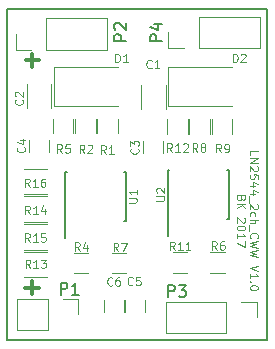
<source format=gto>
G04 #@! TF.FileFunction,Legend,Top*
%FSLAX46Y46*%
G04 Gerber Fmt 4.6, Leading zero omitted, Abs format (unit mm)*
G04 Created by KiCad (PCBNEW 4.0.2-stable) date 6/22/2017 3:55:45 PM*
%MOMM*%
G01*
G04 APERTURE LIST*
%ADD10C,0.100000*%
%ADD11C,0.300000*%
%ADD12C,0.150000*%
%ADD13C,0.120000*%
G04 APERTURE END LIST*
D10*
X120517933Y-112390333D02*
X120517933Y-112057000D01*
X121217933Y-112057000D01*
X120517933Y-112623667D02*
X121217933Y-112623667D01*
X120517933Y-113023667D01*
X121217933Y-113023667D01*
X121151267Y-113323666D02*
X121184600Y-113357000D01*
X121217933Y-113423666D01*
X121217933Y-113590333D01*
X121184600Y-113657000D01*
X121151267Y-113690333D01*
X121084600Y-113723666D01*
X121017933Y-113723666D01*
X120917933Y-113690333D01*
X120517933Y-113290333D01*
X120517933Y-113723666D01*
X121217933Y-114357000D02*
X121217933Y-114023667D01*
X120884600Y-113990333D01*
X120917933Y-114023667D01*
X120951267Y-114090333D01*
X120951267Y-114257000D01*
X120917933Y-114323667D01*
X120884600Y-114357000D01*
X120817933Y-114390333D01*
X120651267Y-114390333D01*
X120584600Y-114357000D01*
X120551267Y-114323667D01*
X120517933Y-114257000D01*
X120517933Y-114090333D01*
X120551267Y-114023667D01*
X120584600Y-113990333D01*
X120984600Y-114990334D02*
X120517933Y-114990334D01*
X121251267Y-114823667D02*
X120751267Y-114657000D01*
X120751267Y-115090334D01*
X120984600Y-115657001D02*
X120517933Y-115657001D01*
X121251267Y-115490334D02*
X120751267Y-115323667D01*
X120751267Y-115757001D01*
X120451267Y-115857001D02*
X120451267Y-116390334D01*
X121151267Y-116523667D02*
X121184600Y-116557001D01*
X121217933Y-116623667D01*
X121217933Y-116790334D01*
X121184600Y-116857001D01*
X121151267Y-116890334D01*
X121084600Y-116923667D01*
X121017933Y-116923667D01*
X120917933Y-116890334D01*
X120517933Y-116490334D01*
X120517933Y-116923667D01*
X120551267Y-117523668D02*
X120517933Y-117457001D01*
X120517933Y-117323668D01*
X120551267Y-117257001D01*
X120584600Y-117223668D01*
X120651267Y-117190334D01*
X120851267Y-117190334D01*
X120917933Y-117223668D01*
X120951267Y-117257001D01*
X120984600Y-117323668D01*
X120984600Y-117457001D01*
X120951267Y-117523668D01*
X120517933Y-117823668D02*
X121217933Y-117823668D01*
X120517933Y-118123668D02*
X120884600Y-118123668D01*
X120951267Y-118090334D01*
X120984600Y-118023668D01*
X120984600Y-117923668D01*
X120951267Y-117857001D01*
X120917933Y-117823668D01*
X120451267Y-118290334D02*
X120451267Y-118823667D01*
X120584600Y-119390334D02*
X120551267Y-119357000D01*
X120517933Y-119257000D01*
X120517933Y-119190334D01*
X120551267Y-119090334D01*
X120617933Y-119023667D01*
X120684600Y-118990334D01*
X120817933Y-118957000D01*
X120917933Y-118957000D01*
X121051267Y-118990334D01*
X121117933Y-119023667D01*
X121184600Y-119090334D01*
X121217933Y-119190334D01*
X121217933Y-119257000D01*
X121184600Y-119357000D01*
X121151267Y-119390334D01*
X121217933Y-119623667D02*
X120517933Y-119790334D01*
X121017933Y-119923667D01*
X120517933Y-120057000D01*
X121217933Y-120223667D01*
X121217933Y-120423667D02*
X120517933Y-120590334D01*
X121017933Y-120723667D01*
X120517933Y-120857000D01*
X121217933Y-121023667D01*
X121217933Y-121723667D02*
X120517933Y-121957000D01*
X121217933Y-122190333D01*
X120517933Y-122790333D02*
X120517933Y-122390333D01*
X120517933Y-122590333D02*
X121217933Y-122590333D01*
X121117933Y-122523667D01*
X121051267Y-122457000D01*
X121017933Y-122390333D01*
X120584600Y-123090334D02*
X120551267Y-123123667D01*
X120517933Y-123090334D01*
X120551267Y-123057000D01*
X120584600Y-123090334D01*
X120517933Y-123090334D01*
X121217933Y-123557000D02*
X121217933Y-123623667D01*
X121184600Y-123690333D01*
X121151267Y-123723667D01*
X121084600Y-123757000D01*
X120951267Y-123790333D01*
X120784600Y-123790333D01*
X120651267Y-123757000D01*
X120584600Y-123723667D01*
X120551267Y-123690333D01*
X120517933Y-123623667D01*
X120517933Y-123557000D01*
X120551267Y-123490333D01*
X120584600Y-123457000D01*
X120651267Y-123423667D01*
X120784600Y-123390333D01*
X120951267Y-123390333D01*
X121084600Y-123423667D01*
X121151267Y-123457000D01*
X121184600Y-123490333D01*
X121217933Y-123557000D01*
X119804600Y-116007000D02*
X119771267Y-116107000D01*
X119737933Y-116140333D01*
X119671267Y-116173667D01*
X119571267Y-116173667D01*
X119504600Y-116140333D01*
X119471267Y-116107000D01*
X119437933Y-116040333D01*
X119437933Y-115773667D01*
X120137933Y-115773667D01*
X120137933Y-116007000D01*
X120104600Y-116073667D01*
X120071267Y-116107000D01*
X120004600Y-116140333D01*
X119937933Y-116140333D01*
X119871267Y-116107000D01*
X119837933Y-116073667D01*
X119804600Y-116007000D01*
X119804600Y-115773667D01*
X119437933Y-116473667D02*
X120137933Y-116473667D01*
X119437933Y-116873667D02*
X119837933Y-116573667D01*
X120137933Y-116873667D02*
X119737933Y-116473667D01*
X120071267Y-117673666D02*
X120104600Y-117707000D01*
X120137933Y-117773666D01*
X120137933Y-117940333D01*
X120104600Y-118007000D01*
X120071267Y-118040333D01*
X120004600Y-118073666D01*
X119937933Y-118073666D01*
X119837933Y-118040333D01*
X119437933Y-117640333D01*
X119437933Y-118073666D01*
X120137933Y-118507000D02*
X120137933Y-118573667D01*
X120104600Y-118640333D01*
X120071267Y-118673667D01*
X120004600Y-118707000D01*
X119871267Y-118740333D01*
X119704600Y-118740333D01*
X119571267Y-118707000D01*
X119504600Y-118673667D01*
X119471267Y-118640333D01*
X119437933Y-118573667D01*
X119437933Y-118507000D01*
X119471267Y-118440333D01*
X119504600Y-118407000D01*
X119571267Y-118373667D01*
X119704600Y-118340333D01*
X119871267Y-118340333D01*
X120004600Y-118373667D01*
X120071267Y-118407000D01*
X120104600Y-118440333D01*
X120137933Y-118507000D01*
X119437933Y-119407000D02*
X119437933Y-119007000D01*
X119437933Y-119207000D02*
X120137933Y-119207000D01*
X120037933Y-119140334D01*
X119971267Y-119073667D01*
X119937933Y-119007000D01*
X120137933Y-119640334D02*
X120137933Y-120107001D01*
X119437933Y-119807001D01*
D11*
X101511372Y-123576743D02*
X102654229Y-123576743D01*
X102082800Y-124148171D02*
X102082800Y-123005314D01*
X101536772Y-104348943D02*
X102679629Y-104348943D01*
X102108200Y-104920371D02*
X102108200Y-103777514D01*
D12*
X100000000Y-128000000D02*
X100000000Y-100000000D01*
X122000000Y-128000000D02*
X100000000Y-128000000D01*
X122000000Y-100000000D02*
X122000000Y-128000000D01*
X100000000Y-100000000D02*
X122000000Y-100000000D01*
D13*
X113389800Y-108455600D02*
X113389800Y-106455600D01*
X111349800Y-106455600D02*
X111349800Y-108455600D01*
X103712400Y-108356800D02*
X103712400Y-106356800D01*
X101672400Y-106356800D02*
X101672400Y-108356800D01*
X103403600Y-124527200D02*
X100803600Y-124527200D01*
X100803600Y-124527200D02*
X100803600Y-127187200D01*
X100803600Y-127187200D02*
X103403600Y-127187200D01*
X103403600Y-127187200D02*
X103403600Y-124527200D01*
X104673600Y-124527200D02*
X106003600Y-124527200D01*
X106003600Y-124527200D02*
X106003600Y-125857200D01*
X103301800Y-103438000D02*
X108441800Y-103438000D01*
X108441800Y-103438000D02*
X108441800Y-100778000D01*
X108441800Y-100778000D02*
X103301800Y-100778000D01*
X103301800Y-100778000D02*
X103301800Y-103438000D01*
X102031800Y-103438000D02*
X100701800Y-103438000D01*
X100701800Y-103438000D02*
X100701800Y-102108000D01*
X118542000Y-124781200D02*
X113402000Y-124781200D01*
X113402000Y-124781200D02*
X113402000Y-127441200D01*
X113402000Y-127441200D02*
X118542000Y-127441200D01*
X118542000Y-127441200D02*
X118542000Y-124781200D01*
X119812000Y-124781200D02*
X121142000Y-124781200D01*
X121142000Y-124781200D02*
X121142000Y-126111200D01*
X116230400Y-103311000D02*
X121370400Y-103311000D01*
X121370400Y-103311000D02*
X121370400Y-100651000D01*
X121370400Y-100651000D02*
X116230400Y-100651000D01*
X116230400Y-100651000D02*
X116230400Y-103311000D01*
X114960400Y-103311000D02*
X113630400Y-103311000D01*
X113630400Y-103311000D02*
X113630400Y-101981000D01*
X109338200Y-109285200D02*
X109338200Y-110485200D01*
X107578200Y-110485200D02*
X107578200Y-109285200D01*
X107458600Y-109285200D02*
X107458600Y-110485200D01*
X105698600Y-110485200D02*
X105698600Y-109285200D01*
X105638200Y-120620000D02*
X106838200Y-120620000D01*
X106838200Y-122380000D02*
X105638200Y-122380000D01*
X105579000Y-109285200D02*
X105579000Y-110485200D01*
X103819000Y-110485200D02*
X103819000Y-109285200D01*
X118380000Y-122317600D02*
X117180000Y-122317600D01*
X117180000Y-120557600D02*
X118380000Y-120557600D01*
X110074200Y-122380000D02*
X108874200Y-122380000D01*
X108874200Y-120620000D02*
X110074200Y-120620000D01*
X117161400Y-109336000D02*
X117161400Y-110536000D01*
X115401400Y-110536000D02*
X115401400Y-109336000D01*
X119041000Y-109336000D02*
X119041000Y-110536000D01*
X117281000Y-110536000D02*
X117281000Y-109336000D01*
X113989800Y-120557600D02*
X115189800Y-120557600D01*
X115189800Y-122317600D02*
X113989800Y-122317600D01*
X115307200Y-109336000D02*
X115307200Y-110536000D01*
X113547200Y-110536000D02*
X113547200Y-109336000D01*
X101387600Y-120534800D02*
X103387600Y-120534800D01*
X103387600Y-122674800D02*
X101387600Y-122674800D01*
X103387600Y-120363400D02*
X101387600Y-120363400D01*
X101387600Y-118223400D02*
X103387600Y-118223400D01*
X101364400Y-115861200D02*
X103364400Y-115861200D01*
X103364400Y-118001200D02*
X101364400Y-118001200D01*
X103362200Y-115664400D02*
X101362200Y-115664400D01*
X101362200Y-113524400D02*
X103362200Y-113524400D01*
D12*
X104863900Y-117942700D02*
X104913900Y-117942700D01*
X104863900Y-113792700D02*
X105008900Y-113792700D01*
X110013900Y-113792700D02*
X109868900Y-113792700D01*
X110013900Y-117942700D02*
X109868900Y-117942700D01*
X104863900Y-117942700D02*
X104863900Y-113792700D01*
X110013900Y-117942700D02*
X110013900Y-113792700D01*
X104913900Y-117942700D02*
X104913900Y-119342700D01*
X113576100Y-117783700D02*
X113626100Y-117783700D01*
X113576100Y-113633700D02*
X113721100Y-113633700D01*
X118726100Y-113633700D02*
X118581100Y-113633700D01*
X118726100Y-117783700D02*
X118581100Y-117783700D01*
X113576100Y-117783700D02*
X113576100Y-113633700D01*
X118726100Y-117783700D02*
X118726100Y-113633700D01*
X113626100Y-117783700D02*
X113626100Y-119183700D01*
D13*
X103940600Y-104867200D02*
X103940600Y-108167200D01*
X103940600Y-108167200D02*
X109340600Y-108167200D01*
X103940600Y-104867200D02*
X109340600Y-104867200D01*
X113592600Y-104867200D02*
X113592600Y-108167200D01*
X113592600Y-108167200D02*
X118992600Y-108167200D01*
X113592600Y-104867200D02*
X118992600Y-104867200D01*
X111443600Y-111198800D02*
X111443600Y-112198800D01*
X113143600Y-112198800D02*
X113143600Y-111198800D01*
X101842400Y-111071800D02*
X101842400Y-112071800D01*
X103542400Y-112071800D02*
X103542400Y-111071800D01*
X111645000Y-125620600D02*
X111645000Y-124620600D01*
X109945000Y-124620600D02*
X109945000Y-125620600D01*
X109841600Y-125620600D02*
X109841600Y-124620600D01*
X108141600Y-124620600D02*
X108141600Y-125620600D01*
D10*
X112202334Y-104949000D02*
X112169000Y-104982333D01*
X112069000Y-105015667D01*
X112002334Y-105015667D01*
X111902334Y-104982333D01*
X111835667Y-104915667D01*
X111802334Y-104849000D01*
X111769000Y-104715667D01*
X111769000Y-104615667D01*
X111802334Y-104482333D01*
X111835667Y-104415667D01*
X111902334Y-104349000D01*
X112002334Y-104315667D01*
X112069000Y-104315667D01*
X112169000Y-104349000D01*
X112202334Y-104382333D01*
X112869000Y-105015667D02*
X112469000Y-105015667D01*
X112669000Y-105015667D02*
X112669000Y-104315667D01*
X112602334Y-104415667D01*
X112535667Y-104482333D01*
X112469000Y-104515667D01*
X101266000Y-107660466D02*
X101299333Y-107693800D01*
X101332667Y-107793800D01*
X101332667Y-107860466D01*
X101299333Y-107960466D01*
X101232667Y-108027133D01*
X101166000Y-108060466D01*
X101032667Y-108093800D01*
X100932667Y-108093800D01*
X100799333Y-108060466D01*
X100732667Y-108027133D01*
X100666000Y-107960466D01*
X100632667Y-107860466D01*
X100632667Y-107793800D01*
X100666000Y-107693800D01*
X100699333Y-107660466D01*
X100699333Y-107393800D02*
X100666000Y-107360466D01*
X100632667Y-107293800D01*
X100632667Y-107127133D01*
X100666000Y-107060466D01*
X100699333Y-107027133D01*
X100766000Y-106993800D01*
X100832667Y-106993800D01*
X100932667Y-107027133D01*
X101332667Y-107427133D01*
X101332667Y-106993800D01*
D12*
X104494305Y-124175981D02*
X104494305Y-123175981D01*
X104875258Y-123175981D01*
X104970496Y-123223600D01*
X105018115Y-123271219D01*
X105065734Y-123366457D01*
X105065734Y-123509314D01*
X105018115Y-123604552D01*
X104970496Y-123652171D01*
X104875258Y-123699790D01*
X104494305Y-123699790D01*
X106018115Y-124175981D02*
X105446686Y-124175981D01*
X105732400Y-124175981D02*
X105732400Y-123175981D01*
X105637162Y-123318838D01*
X105541924Y-123414076D01*
X105446686Y-123461695D01*
X110053581Y-102693895D02*
X109053581Y-102693895D01*
X109053581Y-102312942D01*
X109101200Y-102217704D01*
X109148819Y-102170085D01*
X109244057Y-102122466D01*
X109386914Y-102122466D01*
X109482152Y-102170085D01*
X109529771Y-102217704D01*
X109577390Y-102312942D01*
X109577390Y-102693895D01*
X109148819Y-101741514D02*
X109101200Y-101693895D01*
X109053581Y-101598657D01*
X109053581Y-101360561D01*
X109101200Y-101265323D01*
X109148819Y-101217704D01*
X109244057Y-101170085D01*
X109339295Y-101170085D01*
X109482152Y-101217704D01*
X110053581Y-101789133D01*
X110053581Y-101170085D01*
X113587505Y-124379181D02*
X113587505Y-123379181D01*
X113968458Y-123379181D01*
X114063696Y-123426800D01*
X114111315Y-123474419D01*
X114158934Y-123569657D01*
X114158934Y-123712514D01*
X114111315Y-123807752D01*
X114063696Y-123855371D01*
X113968458Y-123902990D01*
X113587505Y-123902990D01*
X114492267Y-123379181D02*
X115111315Y-123379181D01*
X114777981Y-123760133D01*
X114920839Y-123760133D01*
X115016077Y-123807752D01*
X115063696Y-123855371D01*
X115111315Y-123950610D01*
X115111315Y-124188705D01*
X115063696Y-124283943D01*
X115016077Y-124331562D01*
X114920839Y-124379181D01*
X114635124Y-124379181D01*
X114539886Y-124331562D01*
X114492267Y-124283943D01*
X113082781Y-102719095D02*
X112082781Y-102719095D01*
X112082781Y-102338142D01*
X112130400Y-102242904D01*
X112178019Y-102195285D01*
X112273257Y-102147666D01*
X112416114Y-102147666D01*
X112511352Y-102195285D01*
X112558971Y-102242904D01*
X112606590Y-102338142D01*
X112606590Y-102719095D01*
X112416114Y-101290523D02*
X113082781Y-101290523D01*
X112035162Y-101528619D02*
X112749448Y-101766714D01*
X112749448Y-101147666D01*
D10*
X108341534Y-112229267D02*
X108108200Y-111895933D01*
X107941534Y-112229267D02*
X107941534Y-111529267D01*
X108208200Y-111529267D01*
X108274867Y-111562600D01*
X108308200Y-111595933D01*
X108341534Y-111662600D01*
X108341534Y-111762600D01*
X108308200Y-111829267D01*
X108274867Y-111862600D01*
X108208200Y-111895933D01*
X107941534Y-111895933D01*
X109008200Y-112229267D02*
X108608200Y-112229267D01*
X108808200Y-112229267D02*
X108808200Y-111529267D01*
X108741534Y-111629267D01*
X108674867Y-111695933D01*
X108608200Y-111729267D01*
X106512734Y-112178467D02*
X106279400Y-111845133D01*
X106112734Y-112178467D02*
X106112734Y-111478467D01*
X106379400Y-111478467D01*
X106446067Y-111511800D01*
X106479400Y-111545133D01*
X106512734Y-111611800D01*
X106512734Y-111711800D01*
X106479400Y-111778467D01*
X106446067Y-111811800D01*
X106379400Y-111845133D01*
X106112734Y-111845133D01*
X106779400Y-111545133D02*
X106812734Y-111511800D01*
X106879400Y-111478467D01*
X107046067Y-111478467D01*
X107112734Y-111511800D01*
X107146067Y-111545133D01*
X107179400Y-111611800D01*
X107179400Y-111678467D01*
X107146067Y-111778467D01*
X106746067Y-112178467D01*
X107179400Y-112178467D01*
X106106334Y-120455667D02*
X105873000Y-120122333D01*
X105706334Y-120455667D02*
X105706334Y-119755667D01*
X105973000Y-119755667D01*
X106039667Y-119789000D01*
X106073000Y-119822333D01*
X106106334Y-119889000D01*
X106106334Y-119989000D01*
X106073000Y-120055667D01*
X106039667Y-120089000D01*
X105973000Y-120122333D01*
X105706334Y-120122333D01*
X106706334Y-119989000D02*
X106706334Y-120455667D01*
X106539667Y-119722333D02*
X106373000Y-120222333D01*
X106806334Y-120222333D01*
X104633134Y-112153067D02*
X104399800Y-111819733D01*
X104233134Y-112153067D02*
X104233134Y-111453067D01*
X104499800Y-111453067D01*
X104566467Y-111486400D01*
X104599800Y-111519733D01*
X104633134Y-111586400D01*
X104633134Y-111686400D01*
X104599800Y-111753067D01*
X104566467Y-111786400D01*
X104499800Y-111819733D01*
X104233134Y-111819733D01*
X105266467Y-111453067D02*
X104933134Y-111453067D01*
X104899800Y-111786400D01*
X104933134Y-111753067D01*
X104999800Y-111719733D01*
X105166467Y-111719733D01*
X105233134Y-111753067D01*
X105266467Y-111786400D01*
X105299800Y-111853067D01*
X105299800Y-112019733D01*
X105266467Y-112086400D01*
X105233134Y-112119733D01*
X105166467Y-112153067D01*
X104999800Y-112153067D01*
X104933134Y-112119733D01*
X104899800Y-112086400D01*
X117714134Y-120367867D02*
X117480800Y-120034533D01*
X117314134Y-120367867D02*
X117314134Y-119667867D01*
X117580800Y-119667867D01*
X117647467Y-119701200D01*
X117680800Y-119734533D01*
X117714134Y-119801200D01*
X117714134Y-119901200D01*
X117680800Y-119967867D01*
X117647467Y-120001200D01*
X117580800Y-120034533D01*
X117314134Y-120034533D01*
X118314134Y-119667867D02*
X118180800Y-119667867D01*
X118114134Y-119701200D01*
X118080800Y-119734533D01*
X118014134Y-119834533D01*
X117980800Y-119967867D01*
X117980800Y-120234533D01*
X118014134Y-120301200D01*
X118047467Y-120334533D01*
X118114134Y-120367867D01*
X118247467Y-120367867D01*
X118314134Y-120334533D01*
X118347467Y-120301200D01*
X118380800Y-120234533D01*
X118380800Y-120067867D01*
X118347467Y-120001200D01*
X118314134Y-119967867D01*
X118247467Y-119934533D01*
X118114134Y-119934533D01*
X118047467Y-119967867D01*
X118014134Y-120001200D01*
X117980800Y-120067867D01*
X109382934Y-120481067D02*
X109149600Y-120147733D01*
X108982934Y-120481067D02*
X108982934Y-119781067D01*
X109249600Y-119781067D01*
X109316267Y-119814400D01*
X109349600Y-119847733D01*
X109382934Y-119914400D01*
X109382934Y-120014400D01*
X109349600Y-120081067D01*
X109316267Y-120114400D01*
X109249600Y-120147733D01*
X108982934Y-120147733D01*
X109616267Y-119781067D02*
X110082934Y-119781067D01*
X109782934Y-120481067D01*
X116088534Y-112076867D02*
X115855200Y-111743533D01*
X115688534Y-112076867D02*
X115688534Y-111376867D01*
X115955200Y-111376867D01*
X116021867Y-111410200D01*
X116055200Y-111443533D01*
X116088534Y-111510200D01*
X116088534Y-111610200D01*
X116055200Y-111676867D01*
X116021867Y-111710200D01*
X115955200Y-111743533D01*
X115688534Y-111743533D01*
X116488534Y-111676867D02*
X116421867Y-111643533D01*
X116388534Y-111610200D01*
X116355200Y-111543533D01*
X116355200Y-111510200D01*
X116388534Y-111443533D01*
X116421867Y-111410200D01*
X116488534Y-111376867D01*
X116621867Y-111376867D01*
X116688534Y-111410200D01*
X116721867Y-111443533D01*
X116755200Y-111510200D01*
X116755200Y-111543533D01*
X116721867Y-111610200D01*
X116688534Y-111643533D01*
X116621867Y-111676867D01*
X116488534Y-111676867D01*
X116421867Y-111710200D01*
X116388534Y-111743533D01*
X116355200Y-111810200D01*
X116355200Y-111943533D01*
X116388534Y-112010200D01*
X116421867Y-112043533D01*
X116488534Y-112076867D01*
X116621867Y-112076867D01*
X116688534Y-112043533D01*
X116721867Y-112010200D01*
X116755200Y-111943533D01*
X116755200Y-111810200D01*
X116721867Y-111743533D01*
X116688534Y-111710200D01*
X116621867Y-111676867D01*
X118095134Y-112127667D02*
X117861800Y-111794333D01*
X117695134Y-112127667D02*
X117695134Y-111427667D01*
X117961800Y-111427667D01*
X118028467Y-111461000D01*
X118061800Y-111494333D01*
X118095134Y-111561000D01*
X118095134Y-111661000D01*
X118061800Y-111727667D01*
X118028467Y-111761000D01*
X117961800Y-111794333D01*
X117695134Y-111794333D01*
X118428467Y-112127667D02*
X118561800Y-112127667D01*
X118628467Y-112094333D01*
X118661800Y-112061000D01*
X118728467Y-111961000D01*
X118761800Y-111827667D01*
X118761800Y-111561000D01*
X118728467Y-111494333D01*
X118695134Y-111461000D01*
X118628467Y-111427667D01*
X118495134Y-111427667D01*
X118428467Y-111461000D01*
X118395134Y-111494333D01*
X118361800Y-111561000D01*
X118361800Y-111727667D01*
X118395134Y-111794333D01*
X118428467Y-111827667D01*
X118495134Y-111861000D01*
X118628467Y-111861000D01*
X118695134Y-111827667D01*
X118728467Y-111794333D01*
X118761800Y-111727667D01*
X114165200Y-120393267D02*
X113931866Y-120059933D01*
X113765200Y-120393267D02*
X113765200Y-119693267D01*
X114031866Y-119693267D01*
X114098533Y-119726600D01*
X114131866Y-119759933D01*
X114165200Y-119826600D01*
X114165200Y-119926600D01*
X114131866Y-119993267D01*
X114098533Y-120026600D01*
X114031866Y-120059933D01*
X113765200Y-120059933D01*
X114831866Y-120393267D02*
X114431866Y-120393267D01*
X114631866Y-120393267D02*
X114631866Y-119693267D01*
X114565200Y-119793267D01*
X114498533Y-119859933D01*
X114431866Y-119893267D01*
X115498533Y-120393267D02*
X115098533Y-120393267D01*
X115298533Y-120393267D02*
X115298533Y-119693267D01*
X115231867Y-119793267D01*
X115165200Y-119859933D01*
X115098533Y-119893267D01*
X113951800Y-112076867D02*
X113718466Y-111743533D01*
X113551800Y-112076867D02*
X113551800Y-111376867D01*
X113818466Y-111376867D01*
X113885133Y-111410200D01*
X113918466Y-111443533D01*
X113951800Y-111510200D01*
X113951800Y-111610200D01*
X113918466Y-111676867D01*
X113885133Y-111710200D01*
X113818466Y-111743533D01*
X113551800Y-111743533D01*
X114618466Y-112076867D02*
X114218466Y-112076867D01*
X114418466Y-112076867D02*
X114418466Y-111376867D01*
X114351800Y-111476867D01*
X114285133Y-111543533D01*
X114218466Y-111576867D01*
X114885133Y-111443533D02*
X114918467Y-111410200D01*
X114985133Y-111376867D01*
X115151800Y-111376867D01*
X115218467Y-111410200D01*
X115251800Y-111443533D01*
X115285133Y-111510200D01*
X115285133Y-111576867D01*
X115251800Y-111676867D01*
X114851800Y-112076867D01*
X115285133Y-112076867D01*
X101937600Y-121906667D02*
X101704266Y-121573333D01*
X101537600Y-121906667D02*
X101537600Y-121206667D01*
X101804266Y-121206667D01*
X101870933Y-121240000D01*
X101904266Y-121273333D01*
X101937600Y-121340000D01*
X101937600Y-121440000D01*
X101904266Y-121506667D01*
X101870933Y-121540000D01*
X101804266Y-121573333D01*
X101537600Y-121573333D01*
X102604266Y-121906667D02*
X102204266Y-121906667D01*
X102404266Y-121906667D02*
X102404266Y-121206667D01*
X102337600Y-121306667D01*
X102270933Y-121373333D01*
X102204266Y-121406667D01*
X102837600Y-121206667D02*
X103270933Y-121206667D01*
X103037600Y-121473333D01*
X103137600Y-121473333D01*
X103204267Y-121506667D01*
X103237600Y-121540000D01*
X103270933Y-121606667D01*
X103270933Y-121773333D01*
X103237600Y-121840000D01*
X103204267Y-121873333D01*
X103137600Y-121906667D01*
X102937600Y-121906667D01*
X102870933Y-121873333D01*
X102837600Y-121840000D01*
X101912200Y-117360067D02*
X101678866Y-117026733D01*
X101512200Y-117360067D02*
X101512200Y-116660067D01*
X101778866Y-116660067D01*
X101845533Y-116693400D01*
X101878866Y-116726733D01*
X101912200Y-116793400D01*
X101912200Y-116893400D01*
X101878866Y-116960067D01*
X101845533Y-116993400D01*
X101778866Y-117026733D01*
X101512200Y-117026733D01*
X102578866Y-117360067D02*
X102178866Y-117360067D01*
X102378866Y-117360067D02*
X102378866Y-116660067D01*
X102312200Y-116760067D01*
X102245533Y-116826733D01*
X102178866Y-116860067D01*
X103178867Y-116893400D02*
X103178867Y-117360067D01*
X103012200Y-116626733D02*
X102845533Y-117126733D01*
X103278867Y-117126733D01*
X101912200Y-119696867D02*
X101678866Y-119363533D01*
X101512200Y-119696867D02*
X101512200Y-118996867D01*
X101778866Y-118996867D01*
X101845533Y-119030200D01*
X101878866Y-119063533D01*
X101912200Y-119130200D01*
X101912200Y-119230200D01*
X101878866Y-119296867D01*
X101845533Y-119330200D01*
X101778866Y-119363533D01*
X101512200Y-119363533D01*
X102578866Y-119696867D02*
X102178866Y-119696867D01*
X102378866Y-119696867D02*
X102378866Y-118996867D01*
X102312200Y-119096867D01*
X102245533Y-119163533D01*
X102178866Y-119196867D01*
X103212200Y-118996867D02*
X102878867Y-118996867D01*
X102845533Y-119330200D01*
X102878867Y-119296867D01*
X102945533Y-119263533D01*
X103112200Y-119263533D01*
X103178867Y-119296867D01*
X103212200Y-119330200D01*
X103245533Y-119396867D01*
X103245533Y-119563533D01*
X103212200Y-119630200D01*
X103178867Y-119663533D01*
X103112200Y-119696867D01*
X102945533Y-119696867D01*
X102878867Y-119663533D01*
X102845533Y-119630200D01*
X101886800Y-115048667D02*
X101653466Y-114715333D01*
X101486800Y-115048667D02*
X101486800Y-114348667D01*
X101753466Y-114348667D01*
X101820133Y-114382000D01*
X101853466Y-114415333D01*
X101886800Y-114482000D01*
X101886800Y-114582000D01*
X101853466Y-114648667D01*
X101820133Y-114682000D01*
X101753466Y-114715333D01*
X101486800Y-114715333D01*
X102553466Y-115048667D02*
X102153466Y-115048667D01*
X102353466Y-115048667D02*
X102353466Y-114348667D01*
X102286800Y-114448667D01*
X102220133Y-114515333D01*
X102153466Y-114548667D01*
X103153467Y-114348667D02*
X103020133Y-114348667D01*
X102953467Y-114382000D01*
X102920133Y-114415333D01*
X102853467Y-114515333D01*
X102820133Y-114648667D01*
X102820133Y-114915333D01*
X102853467Y-114982000D01*
X102886800Y-115015333D01*
X102953467Y-115048667D01*
X103086800Y-115048667D01*
X103153467Y-115015333D01*
X103186800Y-114982000D01*
X103220133Y-114915333D01*
X103220133Y-114748667D01*
X103186800Y-114682000D01*
X103153467Y-114648667D01*
X103086800Y-114615333D01*
X102953467Y-114615333D01*
X102886800Y-114648667D01*
X102853467Y-114682000D01*
X102820133Y-114748667D01*
X110259267Y-116382933D02*
X110825933Y-116382933D01*
X110892600Y-116349600D01*
X110925933Y-116316267D01*
X110959267Y-116249600D01*
X110959267Y-116116267D01*
X110925933Y-116049600D01*
X110892600Y-116016267D01*
X110825933Y-115982933D01*
X110259267Y-115982933D01*
X110959267Y-115282934D02*
X110959267Y-115682934D01*
X110959267Y-115482934D02*
X110259267Y-115482934D01*
X110359267Y-115549600D01*
X110425933Y-115616267D01*
X110459267Y-115682934D01*
X112596067Y-116230533D02*
X113162733Y-116230533D01*
X113229400Y-116197200D01*
X113262733Y-116163867D01*
X113296067Y-116097200D01*
X113296067Y-115963867D01*
X113262733Y-115897200D01*
X113229400Y-115863867D01*
X113162733Y-115830533D01*
X112596067Y-115830533D01*
X112662733Y-115530534D02*
X112629400Y-115497200D01*
X112596067Y-115430534D01*
X112596067Y-115263867D01*
X112629400Y-115197200D01*
X112662733Y-115163867D01*
X112729400Y-115130534D01*
X112796067Y-115130534D01*
X112896067Y-115163867D01*
X113296067Y-115563867D01*
X113296067Y-115130534D01*
X109135334Y-104482267D02*
X109135334Y-103782267D01*
X109302000Y-103782267D01*
X109402000Y-103815600D01*
X109468667Y-103882267D01*
X109502000Y-103948933D01*
X109535334Y-104082267D01*
X109535334Y-104182267D01*
X109502000Y-104315600D01*
X109468667Y-104382267D01*
X109402000Y-104448933D01*
X109302000Y-104482267D01*
X109135334Y-104482267D01*
X110202000Y-104482267D02*
X109802000Y-104482267D01*
X110002000Y-104482267D02*
X110002000Y-103782267D01*
X109935334Y-103882267D01*
X109868667Y-103948933D01*
X109802000Y-103982267D01*
X119092134Y-104482267D02*
X119092134Y-103782267D01*
X119258800Y-103782267D01*
X119358800Y-103815600D01*
X119425467Y-103882267D01*
X119458800Y-103948933D01*
X119492134Y-104082267D01*
X119492134Y-104182267D01*
X119458800Y-104315600D01*
X119425467Y-104382267D01*
X119358800Y-104448933D01*
X119258800Y-104482267D01*
X119092134Y-104482267D01*
X119758800Y-103848933D02*
X119792134Y-103815600D01*
X119858800Y-103782267D01*
X120025467Y-103782267D01*
X120092134Y-103815600D01*
X120125467Y-103848933D01*
X120158800Y-103915600D01*
X120158800Y-103982267D01*
X120125467Y-104082267D01*
X119725467Y-104482267D01*
X120158800Y-104482267D01*
X111043600Y-111815466D02*
X111076933Y-111848800D01*
X111110267Y-111948800D01*
X111110267Y-112015466D01*
X111076933Y-112115466D01*
X111010267Y-112182133D01*
X110943600Y-112215466D01*
X110810267Y-112248800D01*
X110710267Y-112248800D01*
X110576933Y-112215466D01*
X110510267Y-112182133D01*
X110443600Y-112115466D01*
X110410267Y-112015466D01*
X110410267Y-111948800D01*
X110443600Y-111848800D01*
X110476933Y-111815466D01*
X110410267Y-111582133D02*
X110410267Y-111148800D01*
X110676933Y-111382133D01*
X110676933Y-111282133D01*
X110710267Y-111215466D01*
X110743600Y-111182133D01*
X110810267Y-111148800D01*
X110976933Y-111148800D01*
X111043600Y-111182133D01*
X111076933Y-111215466D01*
X111110267Y-111282133D01*
X111110267Y-111482133D01*
X111076933Y-111548800D01*
X111043600Y-111582133D01*
X101442400Y-111688466D02*
X101475733Y-111721800D01*
X101509067Y-111821800D01*
X101509067Y-111888466D01*
X101475733Y-111988466D01*
X101409067Y-112055133D01*
X101342400Y-112088466D01*
X101209067Y-112121800D01*
X101109067Y-112121800D01*
X100975733Y-112088466D01*
X100909067Y-112055133D01*
X100842400Y-111988466D01*
X100809067Y-111888466D01*
X100809067Y-111821800D01*
X100842400Y-111721800D01*
X100875733Y-111688466D01*
X101042400Y-111088466D02*
X101509067Y-111088466D01*
X100775733Y-111255133D02*
X101275733Y-111421800D01*
X101275733Y-110988466D01*
X110602134Y-123313200D02*
X110568800Y-123346533D01*
X110468800Y-123379867D01*
X110402134Y-123379867D01*
X110302134Y-123346533D01*
X110235467Y-123279867D01*
X110202134Y-123213200D01*
X110168800Y-123079867D01*
X110168800Y-122979867D01*
X110202134Y-122846533D01*
X110235467Y-122779867D01*
X110302134Y-122713200D01*
X110402134Y-122679867D01*
X110468800Y-122679867D01*
X110568800Y-122713200D01*
X110602134Y-122746533D01*
X111235467Y-122679867D02*
X110902134Y-122679867D01*
X110868800Y-123013200D01*
X110902134Y-122979867D01*
X110968800Y-122946533D01*
X111135467Y-122946533D01*
X111202134Y-122979867D01*
X111235467Y-123013200D01*
X111268800Y-123079867D01*
X111268800Y-123246533D01*
X111235467Y-123313200D01*
X111202134Y-123346533D01*
X111135467Y-123379867D01*
X110968800Y-123379867D01*
X110902134Y-123346533D01*
X110868800Y-123313200D01*
X108874934Y-123338600D02*
X108841600Y-123371933D01*
X108741600Y-123405267D01*
X108674934Y-123405267D01*
X108574934Y-123371933D01*
X108508267Y-123305267D01*
X108474934Y-123238600D01*
X108441600Y-123105267D01*
X108441600Y-123005267D01*
X108474934Y-122871933D01*
X108508267Y-122805267D01*
X108574934Y-122738600D01*
X108674934Y-122705267D01*
X108741600Y-122705267D01*
X108841600Y-122738600D01*
X108874934Y-122771933D01*
X109474934Y-122705267D02*
X109341600Y-122705267D01*
X109274934Y-122738600D01*
X109241600Y-122771933D01*
X109174934Y-122871933D01*
X109141600Y-123005267D01*
X109141600Y-123271933D01*
X109174934Y-123338600D01*
X109208267Y-123371933D01*
X109274934Y-123405267D01*
X109408267Y-123405267D01*
X109474934Y-123371933D01*
X109508267Y-123338600D01*
X109541600Y-123271933D01*
X109541600Y-123105267D01*
X109508267Y-123038600D01*
X109474934Y-123005267D01*
X109408267Y-122971933D01*
X109274934Y-122971933D01*
X109208267Y-123005267D01*
X109174934Y-123038600D01*
X109141600Y-123105267D01*
M02*

</source>
